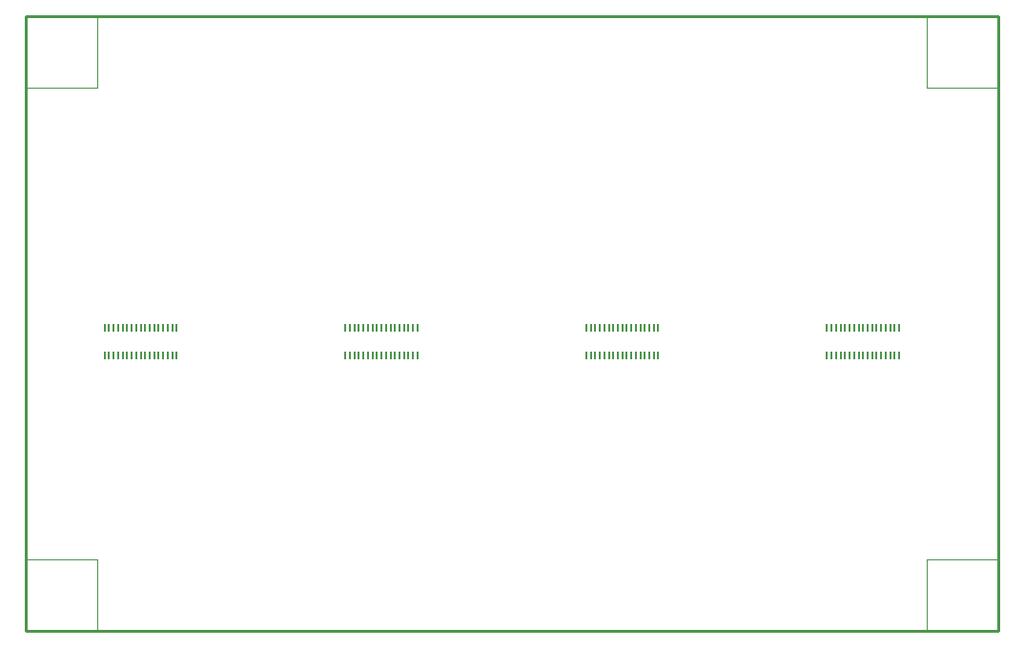
<source format=gbp>
G04 Layer_Color=128*
%FSLAX43Y43*%
%MOMM*%
G71*
G01*
G75*
%ADD19C,0.100*%
%ADD20C,0.254*%
%ADD31R,0.230X0.700*%
D19*
X80010Y48260D02*
X86360D01*
X80010D02*
Y54610D01*
Y0D02*
Y6350D01*
X86360D01*
X0Y48260D02*
X6350D01*
Y54610D01*
Y0D02*
Y6350D01*
X0D02*
X6350D01*
D20*
X0Y54610D02*
X86360D01*
Y0D02*
Y54610D01*
X0Y0D02*
X86360D01*
X0D02*
Y54610D01*
D31*
X34383Y26975D02*
D03*
X34783D02*
D03*
X33983D02*
D03*
X33583D02*
D03*
X31983D02*
D03*
X32383D02*
D03*
X33183D02*
D03*
X32783D02*
D03*
X29583D02*
D03*
X29983D02*
D03*
X29183D02*
D03*
X28783D02*
D03*
X30383D02*
D03*
X30783D02*
D03*
X31583D02*
D03*
X31183D02*
D03*
X28383D02*
D03*
Y24475D02*
D03*
X31183D02*
D03*
X31583D02*
D03*
X30783D02*
D03*
X30383D02*
D03*
X28783D02*
D03*
X29183D02*
D03*
X29983D02*
D03*
X29583D02*
D03*
X32783D02*
D03*
X33183D02*
D03*
X32383D02*
D03*
X31983D02*
D03*
X33583D02*
D03*
X33983D02*
D03*
X34783D02*
D03*
X34383D02*
D03*
X77150Y26975D02*
D03*
X77550D02*
D03*
X76750D02*
D03*
X76350D02*
D03*
X74750D02*
D03*
X75150D02*
D03*
X75950D02*
D03*
X75550D02*
D03*
X72350D02*
D03*
X72750D02*
D03*
X71950D02*
D03*
X71550D02*
D03*
X73150D02*
D03*
X73550D02*
D03*
X74350D02*
D03*
X73950D02*
D03*
X71150D02*
D03*
Y24475D02*
D03*
X73950D02*
D03*
X74350D02*
D03*
X73550D02*
D03*
X73150D02*
D03*
X71550D02*
D03*
X71950D02*
D03*
X72750D02*
D03*
X72350D02*
D03*
X75550D02*
D03*
X75950D02*
D03*
X75150D02*
D03*
X74750D02*
D03*
X76350D02*
D03*
X76750D02*
D03*
X77550D02*
D03*
X77150D02*
D03*
X13000Y26975D02*
D03*
X13400D02*
D03*
X12600D02*
D03*
X12200D02*
D03*
X10600D02*
D03*
X11000D02*
D03*
X11800D02*
D03*
X11400D02*
D03*
X8200D02*
D03*
X8600D02*
D03*
X7800D02*
D03*
X7400D02*
D03*
X9000D02*
D03*
X9400D02*
D03*
X10200D02*
D03*
X9800D02*
D03*
X7000D02*
D03*
Y24475D02*
D03*
X9800D02*
D03*
X10200D02*
D03*
X9400D02*
D03*
X9000D02*
D03*
X7400D02*
D03*
X7800D02*
D03*
X8600D02*
D03*
X8200D02*
D03*
X11400D02*
D03*
X11800D02*
D03*
X11000D02*
D03*
X10600D02*
D03*
X12200D02*
D03*
X12600D02*
D03*
X13400D02*
D03*
X13000D02*
D03*
X55767Y26975D02*
D03*
X56167D02*
D03*
X55367D02*
D03*
X54967D02*
D03*
X53367D02*
D03*
X53767D02*
D03*
X54567D02*
D03*
X54167D02*
D03*
X50967D02*
D03*
X51367D02*
D03*
X50567D02*
D03*
X50167D02*
D03*
X51767D02*
D03*
X52167D02*
D03*
X52967D02*
D03*
X52567D02*
D03*
X49767D02*
D03*
Y24475D02*
D03*
X52567D02*
D03*
X52967D02*
D03*
X52167D02*
D03*
X51767D02*
D03*
X50167D02*
D03*
X50567D02*
D03*
X51367D02*
D03*
X50967D02*
D03*
X54167D02*
D03*
X54567D02*
D03*
X53767D02*
D03*
X53367D02*
D03*
X54967D02*
D03*
X55367D02*
D03*
X56167D02*
D03*
X55767D02*
D03*
M02*

</source>
